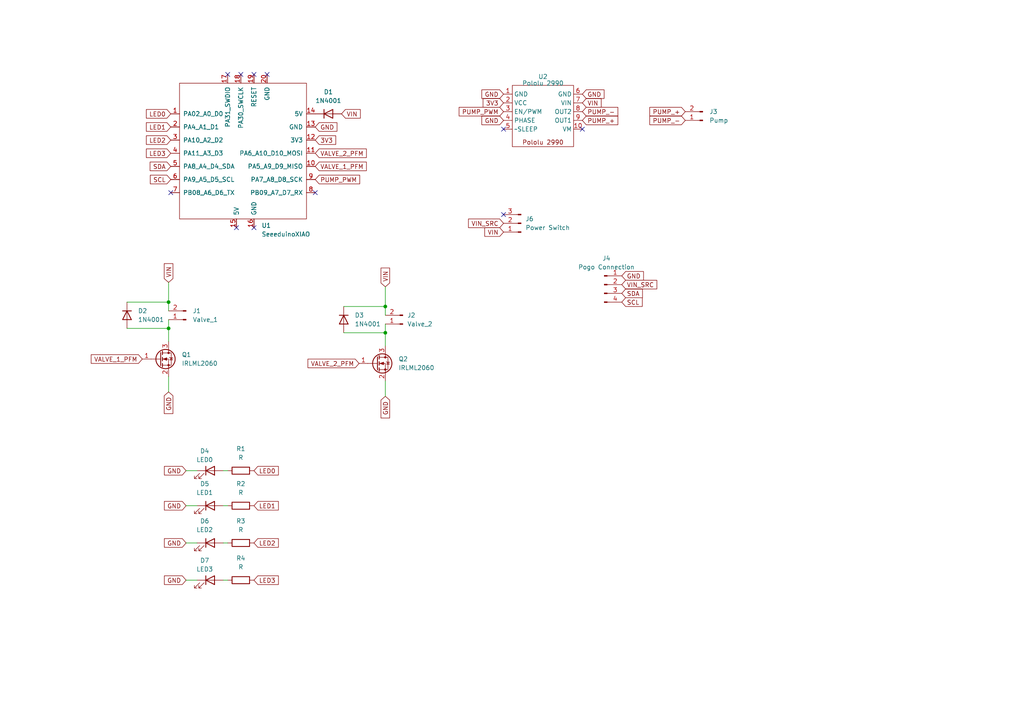
<source format=kicad_sch>
(kicad_sch (version 20230121) (generator eeschema)
  (paper "A4")
  (lib_symbols
    (symbol "Connector:Conn_01x02_Pin" (pin_names (offset 1.016) hide)
      (property "Reference" "J" (at 0 2.54 0))
      (property "Value" "Conn_01x02_Pin" (at 0 -5.08 0))
      (symbol "Conn_01x02_Pin_1_1"
        (polyline (pts (xy 1.27 -2.54) (xy 0.8636 -2.54)) (stroke (width 0.1524)))
        (polyline (pts (xy 1.27 0) (xy 0.8636 0)) (stroke (width 0.1524)))
        (rectangle (start 0.8636 -2.413) (end 0 -2.667) (stroke (width 0.1524)) (fill (type outline)))
        (rectangle (start 0.8636 0.127) (end 0 -0.127) (stroke (width 0.1524)) (fill (type outline)))
        (pin passive line (at 5.08 0 180) (length 3.81) (name "Pin_1") (number "1"))
        (pin passive line (at 5.08 -2.54 180) (length 3.81) (name "Pin_2") (number "2"))
      )
    )
    (symbol "Connector:Conn_01x03_Pin" (pin_names (offset 1.016) hide)
      (property "Reference" "J" (at 0 5.08 0))
      (property "Value" "Conn_01x03_Pin" (at 0 -5.08 0))
      (symbol "Conn_01x03_Pin_1_1"
        (polyline (pts (xy 1.27 -2.54) (xy 0.8636 -2.54)) (stroke (width 0.1524)))
        (polyline (pts (xy 1.27 0) (xy 0.8636 0)) (stroke (width 0.1524)))
        (polyline (pts (xy 1.27 2.54) (xy 0.8636 2.54)) (stroke (width 0.1524)))
        (rectangle (start 0.8636 -2.413) (end 0 -2.667) (stroke (width 0.1524)) (fill (type outline)))
        (rectangle (start 0.8636 0.127) (end 0 -0.127) (stroke (width 0.1524)) (fill (type outline)))
        (rectangle (start 0.8636 2.667) (end 0 2.413) (stroke (width 0.1524)) (fill (type outline)))
        (pin passive line (at 5.08 2.54 180) (length 3.81) (name "Pin_1") (number "1"))
        (pin passive line (at 5.08 0 180) (length 3.81) (name "Pin_2") (number "2"))
        (pin passive line (at 5.08 -2.54 180) (length 3.81) (name "Pin_3") (number "3"))
      )
    )
    (symbol "Connector:Conn_01x04_Pin" (pin_names (offset 1.016) hide)
      (property "Reference" "J" (at 0 5.08 0))
      (property "Value" "Conn_01x04_Pin" (at 0 -7.62 0))
      (symbol "Conn_01x04_Pin_1_1"
        (polyline (pts (xy 1.27 -5.08) (xy 0.8636 -5.08)) (stroke (width 0.1524)))
        (polyline (pts (xy 1.27 -2.54) (xy 0.8636 -2.54)) (stroke (width 0.1524)))
        (polyline (pts (xy 1.27 0) (xy 0.8636 0)) (stroke (width 0.1524)))
        (polyline (pts (xy 1.27 2.54) (xy 0.8636 2.54)) (stroke (width 0.1524)))
        (rectangle (start 0.8636 -4.953) (end 0 -5.207) (stroke (width 0.1524)) (fill (type outline)))
        (rectangle (start 0.8636 -2.413) (end 0 -2.667) (stroke (width 0.1524)) (fill (type outline)))
        (rectangle (start 0.8636 0.127) (end 0 -0.127) (stroke (width 0.1524)) (fill (type outline)))
        (rectangle (start 0.8636 2.667) (end 0 2.413) (stroke (width 0.1524)) (fill (type outline)))
        (pin passive line (at 5.08 2.54 180) (length 3.81) (name "Pin_1") (number "1"))
        (pin passive line (at 5.08 0 180) (length 3.81) (name "Pin_2") (number "2"))
        (pin passive line (at 5.08 -2.54 180) (length 3.81) (name "Pin_3") (number "3"))
        (pin passive line (at 5.08 -5.08 180) (length 3.81) (name "Pin_4") (number "4"))
      )
    )
    (symbol "Device:LED" (pin_numbers hide) (pin_names (offset 1.016) hide)
      (property "Reference" "D" (at 0 2.54 0))
      (property "Value" "LED" (at 0 -2.54 0))
      (symbol "LED_0_1"
        (polyline (pts (xy -1.27 -1.27) (xy -1.27 1.27)) (stroke (width 0.254)))
        (polyline (pts (xy -1.27 0) (xy 1.27 0)))
        (polyline (pts (xy 1.27 -1.27) (xy 1.27 1.27) (xy -1.27 0) (xy 1.27 -1.27)) (stroke (width 0.254)))
        (polyline (pts (xy -3.048 -0.762) (xy -4.572 -2.286) (xy -3.81 -2.286) (xy -4.572 -2.286) (xy -4.572 -1.524)))
        (polyline (pts (xy -1.778 -0.762) (xy -3.302 -2.286) (xy -2.54 -2.286) (xy -3.302 -2.286) (xy -3.302 -1.524)))
      )
      (symbol "LED_1_1"
        (pin passive line (at -3.81 0 0) (length 2.54) (name "K") (number "1"))
        (pin passive line (at 3.81 0 180) (length 2.54) (name "A") (number "2"))
      )
    )
    (symbol "Device:R" (pin_numbers hide) (pin_names (offset 0))
      (property "Reference" "R" (at 2.032 0 90))
      (property "Value" "R" (at 0 0 90))
      (symbol "R_0_1"
        (rectangle (start -1.016 -2.54) (end 1.016 2.54) (stroke (width 0.254)))
      )
      (symbol "R_1_1"
        (pin passive line (at 0 3.81 270) (length 1.27) (name "~") (number "1"))
        (pin passive line (at 0 -3.81 90) (length 1.27) (name "~") (number "2"))
      )
    )
    (symbol "Diode:1N4001" (pin_numbers hide) (pin_names hide)
      (property "Reference" "D" (at 0 2.54 0))
      (property "Value" "1N4001" (at 0 -2.54 0))
      (symbol "1N4001_0_1"
        (polyline (pts (xy -1.27 1.27) (xy -1.27 -1.27)) (stroke (width 0.254)))
        (polyline (pts (xy 1.27 0) (xy -1.27 0)))
        (polyline (pts (xy 1.27 1.27) (xy 1.27 -1.27) (xy -1.27 0) (xy 1.27 1.27)) (stroke (width 0.254)))
      )
      (symbol "1N4001_1_1"
        (pin passive line (at -3.81 0 0) (length 2.54) (name "K") (number "1"))
        (pin passive line (at 3.81 0 180) (length 2.54) (name "A") (number "2"))
      )
    )
    (symbol "Driver_Motor:Pololu_2990_DRV8838"
      (property "Reference" "U" (at 0 11.43 0))
      (symbol "Pololu_2990_DRV8838_0_1"
        (rectangle (start -8.89 8.89) (end 8.89 -8.89))
      )
      (symbol "Pololu_2990_DRV8838_1_1"
        (text "Pololu 2990" (at 0 -7.62 0) (effects (font (size 1.27 1.27))))
        (pin input line (at -11.43 6.35 0) (length 2.54) (name "GND") (number "1"))
        (pin input line (at 11.43 -3.81 180) (length 2.54) (name "VM") (number "10"))
        (pin input line (at -11.43 3.81 0) (length 2.54) (name "VCC") (number "2"))
        (pin input line (at -11.43 1.27 0) (length 2.54) (name "EN/PWM") (number "3"))
        (pin input line (at -11.43 -1.27 0) (length 2.54) (name "PHASE") (number "4"))
        (pin input line (at -11.43 -3.81 0) (length 2.54) (name "~SLEEP") (number "5"))
        (pin input line (at 11.43 6.35 180) (length 2.54) (name "GND") (number "6"))
        (pin input line (at 11.43 3.81 180) (length 2.54) (name "VIN") (number "7"))
        (pin input line (at 11.43 1.27 180) (length 2.54) (name "OUT2") (number "8"))
        (pin input line (at 11.43 -1.27 180) (length 2.54) (name "OUT1") (number "9"))
      )
    )
    (symbol "Transistor_FET:IRLML2060" (pin_names hide)
      (property "Reference" "Q" (at 5.08 1.905 0))
      (property "Value" "IRLML2060" (at 5.08 0 0))
      (symbol "IRLML2060_0_1"
        (polyline (pts (xy 0.254 0) (xy -2.54 0)))
        (polyline (pts (xy 0.254 1.905) (xy 0.254 -1.905)) (stroke (width 0.254)))
        (polyline (pts (xy 0.762 -1.27) (xy 0.762 -2.286)) (stroke (width 0.254)))
        (polyline (pts (xy 0.762 0.508) (xy 0.762 -0.508)) (stroke (width 0.254)))
        (polyline (pts (xy 0.762 2.286) (xy 0.762 1.27)) (stroke (width 0.254)))
        (polyline (pts (xy 2.54 2.54) (xy 2.54 1.778)))
        (polyline (pts (xy 2.54 -2.54) (xy 2.54 0) (xy 0.762 0)))
        (polyline (pts (xy 0.762 -1.778) (xy 3.302 -1.778) (xy 3.302 1.778) (xy 0.762 1.778)))
        (polyline (pts (xy 1.016 0) (xy 2.032 0.381) (xy 2.032 -0.381) (xy 1.016 0)) (fill (type outline)))
        (polyline (pts (xy 2.794 0.508) (xy 2.921 0.381) (xy 3.683 0.381) (xy 3.81 0.254)))
        (polyline (pts (xy 3.302 0.381) (xy 2.921 -0.254) (xy 3.683 -0.254) (xy 3.302 0.381)))
        (circle (center 1.651 0) (radius 2.794) (stroke (width 0.254)))
        (circle (center 2.54 -1.778) (radius 0.254) (fill (type outline)))
        (circle (center 2.54 1.778) (radius 0.254) (fill (type outline)))
      )
      (symbol "IRLML2060_1_1"
        (pin input line (at -5.08 0 0) (length 2.54) (name "G") (number "1"))
        (pin passive line (at 2.54 -5.08 90) (length 2.54) (name "S") (number "2"))
        (pin passive line (at 2.54 5.08 270) (length 2.54) (name "D") (number "3"))
      )
    )
    (symbol "Xiao:SeeeduinoXIAO" (pin_names (offset 1.016))
      (property "Reference" "U" (at -19.05 22.86 0))
      (property "Value" "SeeeduinoXIAO" (at -12.7 21.59 0))
      (symbol "SeeeduinoXIAO_0_1"
        (rectangle (start -19.05 20.32) (end 17.78 -19.05))
      )
      (symbol "SeeeduinoXIAO_1_1"
        (pin unspecified line (at -21.59 11.43 0) (length 2.54) (name "PA02_A0_D0") (number "1"))
        (pin unspecified line (at 20.32 -3.81 180) (length 2.54) (name "PA5_A9_D9_MISO") (number "10"))
        (pin unspecified line (at 20.32 0 180) (length 2.54) (name "PA6_A10_D10_MOSI") (number "11"))
        (pin unspecified line (at 20.32 3.81 180) (length 2.54) (name "3V3") (number "12"))
        (pin unspecified line (at 20.32 7.62 180) (length 2.54) (name "GND") (number "13"))
        (pin unspecified line (at 20.32 11.43 180) (length 2.54) (name "5V") (number "14"))
        (pin input line (at -2.54 -21.59 90) (length 2.54) (name "5V") (number "15"))
        (pin input line (at 2.54 -21.59 90) (length 2.54) (name "GND") (number "16"))
        (pin input line (at -5.08 22.86 270) (length 2.54) (name "PA31_SWDIO") (number "17"))
        (pin input line (at -1.27 22.86 270) (length 2.54) (name "PA30_SWCLK") (number "18"))
        (pin input line (at 2.54 22.86 270) (length 2.54) (name "RESET") (number "19"))
        (pin unspecified line (at -21.59 7.62 0) (length 2.54) (name "PA4_A1_D1") (number "2"))
        (pin input line (at 6.35 22.86 270) (length 2.54) (name "GND") (number "20"))
        (pin unspecified line (at -21.59 3.81 0) (length 2.54) (name "PA10_A2_D2") (number "3"))
        (pin unspecified line (at -21.59 0 0) (length 2.54) (name "PA11_A3_D3") (number "4"))
        (pin unspecified line (at -21.59 -3.81 0) (length 2.54) (name "PA8_A4_D4_SDA") (number "5"))
        (pin unspecified line (at -21.59 -7.62 0) (length 2.54) (name "PA9_A5_D5_SCL") (number "6"))
        (pin unspecified line (at -21.59 -11.43 0) (length 2.54) (name "PB08_A6_D6_TX") (number "7"))
        (pin unspecified line (at 20.32 -11.43 180) (length 2.54) (name "PB09_A7_D7_RX") (number "8"))
        (pin unspecified line (at 20.32 -7.62 180) (length 2.54) (name "PA7_A8_D8_SCK") (number "9"))
      )
    )
  )
  (junction (at 111.76 88.9))
  (junction (at 48.895 95.25))
  (junction (at 48.895 87.63))
  (junction (at 111.76 96.52))
  (no_connect (at 146.05 62.23))
  (no_connect (at 91.44 55.88))
  (no_connect (at 49.53 55.88))
  (no_connect (at 168.91 37.465))
  (no_connect (at 77.47 21.59))
  (no_connect (at 73.66 66.04))
  (no_connect (at 69.85 21.59))
  (no_connect (at 146.05 37.465))
  (no_connect (at 73.66 21.59))
  (no_connect (at 66.04 21.59))
  (no_connect (at 68.58 66.04))
  (wire (pts (xy 53.975 157.48) (xy 57.15 157.48)))
  (wire (pts (xy 64.77 146.685) (xy 66.04 146.685)))
  (wire (pts (xy 48.895 95.25) (xy 48.895 99.06)))
  (wire (pts (xy 53.975 146.685) (xy 57.15 146.685)))
  (wire (pts (xy 48.895 92.71) (xy 48.895 95.25)))
  (wire (pts (xy 48.895 113.665) (xy 48.895 109.22)))
  (wire (pts (xy 64.77 168.275) (xy 66.04 168.275)))
  (wire (pts (xy 36.83 87.63) (xy 48.895 87.63)))
  (wire (pts (xy 111.76 88.9) (xy 111.76 91.44)))
  (wire (pts (xy 64.77 136.525) (xy 66.04 136.525)))
  (wire (pts (xy 36.83 95.25) (xy 48.895 95.25)))
  (wire (pts (xy 111.76 96.52) (xy 111.76 100.33)))
  (wire (pts (xy 99.695 88.9) (xy 111.76 88.9)))
  (wire (pts (xy 48.895 87.63) (xy 48.895 90.17)))
  (wire (pts (xy 111.76 114.935) (xy 111.76 110.49)))
  (wire (pts (xy 64.77 157.48) (xy 66.04 157.48)))
  (wire (pts (xy 111.76 83.185) (xy 111.76 88.9)))
  (wire (pts (xy 99.695 96.52) (xy 111.76 96.52)))
  (wire (pts (xy 111.76 93.98) (xy 111.76 96.52)))
  (wire (pts (xy 53.975 168.275) (xy 57.15 168.275)))
  (wire (pts (xy 53.975 136.525) (xy 57.15 136.525)))
  (wire (pts (xy 48.895 81.915) (xy 48.895 87.63)))
  (global_label "VALVE_2_PFM" (shape input) (at 104.14 105.41 180) (property "Intersheetrefs" "${INTERSHEET_REFS}" (effects hide)))
  (global_label "PUMP_+" (shape input) (at 198.755 32.385 180) (property "Intersheetrefs" "${INTERSHEET_REFS}" (effects hide)))
  (global_label "SCL" (shape input) (at 49.53 52.07 180) (property "Intersheetrefs" "${INTERSHEET_REFS}" (effects hide)))
  (global_label "SCL" (shape input) (at 180.34 87.63 0) (property "Intersheetrefs" "${INTERSHEET_REFS}" (effects hide)))
  (global_label "VALVE_2_PFM" (shape input) (at 91.44 44.45 0) (property "Intersheetrefs" "${INTERSHEET_REFS}" (effects hide)))
  (global_label "PUMP_-" (shape input) (at 168.91 32.385 0) (property "Intersheetrefs" "${INTERSHEET_REFS}" (effects hide)))
  (global_label "GND" (shape input) (at 53.975 136.525 180) (property "Intersheetrefs" "${INTERSHEET_REFS}" (effects hide)))
  (global_label "PUMP_+" (shape input) (at 168.91 34.925 0) (property "Intersheetrefs" "${INTERSHEET_REFS}" (effects hide)))
  (global_label "VIN_SRC" (shape input) (at 180.34 82.55 0) (property "Intersheetrefs" "${INTERSHEET_REFS}" (effects hide)))
  (global_label "VIN" (shape input) (at 111.76 83.185 90) (property "Intersheetrefs" "${INTERSHEET_REFS}" (effects hide)))
  (global_label "VIN" (shape input) (at 99.06 33.02 0) (property "Intersheetrefs" "${INTERSHEET_REFS}" (effects hide)))
  (global_label "VALVE_1_PFM" (shape input) (at 41.275 104.14 180) (property "Intersheetrefs" "${INTERSHEET_REFS}" (effects hide)))
  (global_label "VIN" (shape input) (at 48.895 81.915 90) (property "Intersheetrefs" "${INTERSHEET_REFS}" (effects hide)))
  (global_label "PUMP_-" (shape input) (at 198.755 34.925 180) (property "Intersheetrefs" "${INTERSHEET_REFS}" (effects hide)))
  (global_label "GND" (shape input) (at 180.34 80.01 0) (property "Intersheetrefs" "${INTERSHEET_REFS}" (effects hide)))
  (global_label "3V3" (shape input) (at 146.05 29.845 180) (property "Intersheetrefs" "${INTERSHEET_REFS}" (effects hide)))
  (global_label "GND" (shape input) (at 146.05 34.925 180) (property "Intersheetrefs" "${INTERSHEET_REFS}" (effects hide)))
  (global_label "PUMP_PWM" (shape input) (at 146.05 32.385 180) (property "Intersheetrefs" "${INTERSHEET_REFS}" (effects hide)))
  (global_label "GND" (shape input) (at 48.895 113.665 270) (property "Intersheetrefs" "${INTERSHEET_REFS}" (effects hide)))
  (global_label "LED0" (shape input) (at 49.53 33.02 180) (property "Intersheetrefs" "${INTERSHEET_REFS}" (effects hide)))
  (global_label "VIN" (shape input) (at 168.91 29.845 0) (property "Intersheetrefs" "${INTERSHEET_REFS}" (effects hide)))
  (global_label "SDA" (shape input) (at 49.53 48.26 180) (property "Intersheetrefs" "${INTERSHEET_REFS}" (effects hide)))
  (global_label "GND" (shape input) (at 168.91 27.305 0) (property "Intersheetrefs" "${INTERSHEET_REFS}" (effects hide)))
  (global_label "GND" (shape input) (at 146.05 27.305 180) (property "Intersheetrefs" "${INTERSHEET_REFS}" (effects hide)))
  (global_label "LED0" (shape input) (at 73.66 136.525 0) (property "Intersheetrefs" "${INTERSHEET_REFS}" (effects hide)))
  (global_label "GND" (shape input) (at 53.975 157.48 180) (property "Intersheetrefs" "${INTERSHEET_REFS}" (effects hide)))
  (global_label "GND" (shape input) (at 53.975 146.685 180) (property "Intersheetrefs" "${INTERSHEET_REFS}" (effects hide)))
  (global_label "PUMP_PWM" (shape input) (at 91.44 52.07 0) (property "Intersheetrefs" "${INTERSHEET_REFS}" (effects hide)))
  (global_label "LED2" (shape input) (at 73.66 157.48 0) (property "Intersheetrefs" "${INTERSHEET_REFS}" (effects hide)))
  (global_label "VIN_SRC" (shape input) (at 146.05 64.77 180) (property "Intersheetrefs" "${INTERSHEET_REFS}" (effects hide)))
  (global_label "LED1" (shape input) (at 73.66 146.685 0) (property "Intersheetrefs" "${INTERSHEET_REFS}" (effects hide)))
  (global_label "GND" (shape input) (at 91.44 36.83 0) (property "Intersheetrefs" "${INTERSHEET_REFS}" (effects hide)))
  (global_label "SDA" (shape input) (at 180.34 85.09 0) (property "Intersheetrefs" "${INTERSHEET_REFS}" (effects hide)))
  (global_label "GND" (shape input) (at 53.975 168.275 180) (property "Intersheetrefs" "${INTERSHEET_REFS}" (effects hide)))
  (global_label "3V3" (shape input) (at 91.44 40.64 0) (property "Intersheetrefs" "${INTERSHEET_REFS}" (effects hide)))
  (global_label "GND" (shape input) (at 111.76 114.935 270) (property "Intersheetrefs" "${INTERSHEET_REFS}" (effects hide)))
  (global_label "LED3" (shape input) (at 73.66 168.275 0) (property "Intersheetrefs" "${INTERSHEET_REFS}" (effects hide)))
  (global_label "VALVE_1_PFM" (shape input) (at 91.44 48.26 0) (property "Intersheetrefs" "${INTERSHEET_REFS}" (effects hide)))
  (global_label "LED3" (shape input) (at 49.53 44.45 180) (property "Intersheetrefs" "${INTERSHEET_REFS}" (effects hide)))
  (global_label "VIN" (shape input) (at 146.05 67.31 180) (property "Intersheetrefs" "${INTERSHEET_REFS}" (effects hide)))
  (global_label "LED2" (shape input) (at 49.53 40.64 180) (property "Intersheetrefs" "${INTERSHEET_REFS}" (effects hide)))
  (global_label "LED1" (shape input) (at 49.53 36.83 180) (property "Intersheetrefs" "${INTERSHEET_REFS}" (effects hide)))
  (symbol (lib_id "Driver_Motor:Pololu_2990_DRV8838") (at 157.48 33.655 0) (unit 1)
    (property "Reference" "U2" (at 157.48 22.225 0))
    (property "Value" "Pololu 2990" (at 157.48 24.13 0))
    (property "Footprint" "Pneumatactors:Pololu 2990 Motor Driver" (effects hide))
  )
  (symbol (lib_id "Device:LED") (at 60.96 146.685 0) (unit 1)
    (property "Reference" "D5" (at 59.3725 140.335 0))
    (property "Value" "LED1" (at 59.3725 142.875 0))
    (property "Footprint" "LED_SMD:LED_0201_0603Metric_Pad0.64x0.40mm_HandSolder" (effects hide))
  )
  (symbol (lib_id "Connector:Conn_01x04_Pin") (at 175.26 82.55 0) (unit 1)
    (property "Reference" "J4" (at 175.895 74.93 0))
    (property "Value" "Pogo Connection" (at 175.895 77.47 0))
    (property "Footprint" "Connector_PinHeader_2.54mm:PinHeader_1x04_P2.54mm_Vertical" (effects hide))
  )
  (symbol (lib_id "Connector:Conn_01x02_Pin") (at 203.835 34.925 180) (unit 1)
    (property "Reference" "J3" (at 205.74 32.385 0) (effects (justify right)))
    (property "Value" "Pump" (at 205.74 34.925 0) (effects (justify right)))
    (property "Footprint" "Connector_PinHeader_2.54mm:PinHeader_1x02_P2.54mm_Vertical" (effects hide))
  )
  (symbol (lib_id "Transistor_FET:IRLML2060") (at 46.355 104.14 0) (unit 1)
    (property "Reference" "Q1" (at 52.705 102.87 0) (effects (justify left)))
    (property "Value" "IRLML2060" (at 52.705 105.41 0) (effects (justify left)))
    (property "Footprint" "Package_TO_SOT_SMD:SOT-23" (effects hide))
    (property "Datasheet" "https://www.infineon.com/dgdl/irlml2060pbf.pdf?fileId=5546d462533600a401535664b7fb25ee" (effects hide))
  )
  (symbol (lib_id "Connector:Conn_01x03_Pin") (at 151.13 64.77 180) (unit 1)
    (property "Reference" "J6" (at 152.4 63.5 0) (effects (justify right)))
    (property "Value" "Power Switch" (at 152.4 66.04 0) (effects (justify right)))
    (property "Footprint" "Connector_PinHeader_2.54mm:PinHeader_1x03_P2.54mm_Vertical" (effects hide))
  )
  (symbol (lib_id "Xiao:SeeeduinoXIAO") (at 71.12 44.45 0) (unit 1)
    (property "Reference" "U1" (at 75.8541 65.405 0) (effects (justify left)))
    (property "Value" "SeeeduinoXIAO" (at 75.8541 67.945 0) (effects (justify left)))
    (property "Footprint" "Xiao:XIAO-Generic-Thruhole-14P-2.54-21X17.8MM" (effects hide))
  )
  (symbol (lib_id "Device:LED") (at 60.96 157.48 0) (unit 1)
    (property "Reference" "D6" (at 59.3725 151.13 0))
    (property "Value" "LED2" (at 59.3725 153.67 0))
    (property "Footprint" "LED_SMD:LED_0201_0603Metric_Pad0.64x0.40mm_HandSolder" (effects hide))
  )
  (symbol (lib_id "Device:R") (at 69.85 168.275 90) (unit 1)
    (property "Reference" "R4" (at 69.85 161.925 90))
    (property "Value" "R" (at 69.85 164.465 90))
    (property "Footprint" "Resistor_SMD:R_0201_0603Metric_Pad0.64x0.40mm_HandSolder" (effects hide))
  )
  (symbol (lib_id "Diode:1N4001") (at 95.25 33.02 0) (unit 1)
    (property "Reference" "D1" (at 95.25 26.67 0))
    (property "Value" "1N4001" (at 95.25 29.21 0))
    (property "Footprint" "Diode_SMD:D_SOD-123F" (effects hide))
    (property "Datasheet" "http://www.vishay.com/docs/88503/1n4001.pdf" (effects hide))
    (property "Sim.Device" "D" (effects hide))
    (property "Sim.Pins" "1=K 2=A" (effects hide))
  )
  (symbol (lib_id "Transistor_FET:IRLML2060") (at 109.22 105.41 0) (unit 1)
    (property "Reference" "Q2" (at 115.57 104.14 0) (effects (justify left)))
    (property "Value" "IRLML2060" (at 115.57 106.68 0) (effects (justify left)))
    (property "Footprint" "Package_TO_SOT_SMD:SOT-23" (effects hide))
    (property "Datasheet" "https://www.infineon.com/dgdl/irlml2060pbf.pdf?fileId=5546d462533600a401535664b7fb25ee" (effects hide))
  )
  (symbol (lib_id "Device:LED") (at 60.96 136.525 0) (unit 1)
    (property "Reference" "D4" (at 59.3725 130.81 0))
    (property "Value" "LED0" (at 59.3725 133.35 0))
    (property "Footprint" "LED_SMD:LED_0201_0603Metric_Pad0.64x0.40mm_HandSolder" (effects hide))
  )
  (symbol (lib_id "Device:R") (at 69.85 157.48 90) (unit 1)
    (property "Reference" "R3" (at 69.85 151.13 90))
    (property "Value" "R" (at 69.85 153.67 90))
    (property "Footprint" "Resistor_SMD:R_0201_0603Metric_Pad0.64x0.40mm_HandSolder" (effects hide))
  )
  (symbol (lib_id "Device:LED") (at 60.96 168.275 0) (unit 1)
    (property "Reference" "D7" (at 59.3725 162.56 0))
    (property "Value" "LED3" (at 59.3725 165.1 0))
    (property "Footprint" "LED_SMD:LED_0201_0603Metric_Pad0.64x0.40mm_HandSolder" (effects hide))
  )
  (symbol (lib_id "Device:R") (at 69.85 146.685 90) (unit 1)
    (property "Reference" "R2" (at 69.85 140.335 90))
    (property "Value" "R" (at 69.85 142.875 90))
    (property "Footprint" "Resistor_SMD:R_0201_0603Metric_Pad0.64x0.40mm_HandSolder" (effects hide))
  )
  (symbol (lib_id "Diode:1N4001") (at 99.695 92.71 270) (unit 1)
    (property "Reference" "D3" (at 102.87 91.44 90) (effects (justify left)))
    (property "Value" "1N4001" (at 102.87 93.98 90) (effects (justify left)))
    (property "Footprint" "Diode_SMD:D_SOD-123F" (effects hide))
    (property "Datasheet" "http://www.vishay.com/docs/88503/1n4001.pdf" (effects hide))
    (property "Sim.Device" "D" (effects hide))
    (property "Sim.Pins" "1=K 2=A" (effects hide))
  )
  (symbol (lib_id "Diode:1N4001") (at 36.83 91.44 270) (unit 1)
    (property "Reference" "D2" (at 40.005 90.17 90) (effects (justify left)))
    (property "Value" "1N4001" (at 40.005 92.71 90) (effects (justify left)))
    (property "Footprint" "Diode_SMD:D_SOD-123F" (effects hide))
    (property "Datasheet" "http://www.vishay.com/docs/88503/1n4001.pdf" (effects hide))
    (property "Sim.Device" "D" (effects hide))
    (property "Sim.Pins" "1=K 2=A" (effects hide))
  )
  (symbol (lib_id "Device:R") (at 69.85 136.525 90) (unit 1)
    (property "Reference" "R1" (at 69.85 130.175 90))
    (property "Value" "R" (at 69.85 132.715 90))
    (property "Footprint" "Resistor_SMD:R_0201_0603Metric_Pad0.64x0.40mm_HandSolder" (effects hide))
  )
  (symbol (lib_id "Connector:Conn_01x02_Pin") (at 53.975 92.71 180) (unit 1)
    (property "Reference" "J1" (at 55.88 90.17 0) (effects (justify right)))
    (property "Value" "Valve_1" (at 55.88 92.71 0) (effects (justify right)))
    (property "Footprint" "Connector_PinHeader_2.54mm:PinHeader_1x02_P2.54mm_Vertical" (effects hide))
  )
  (symbol (lib_id "Connector:Conn_01x02_Pin") (at 116.84 93.98 180) (unit 1)
    (property "Reference" "J2" (at 118.11 91.44 0) (effects (justify right)))
    (property "Value" "Valve_2" (at 118.11 93.98 0) (effects (justify right)))
    (property "Footprint" "Connector_PinHeader_2.54mm:PinHeader_1x02_P2.54mm_Vertical" (effects hide))
  )
)
</source>
